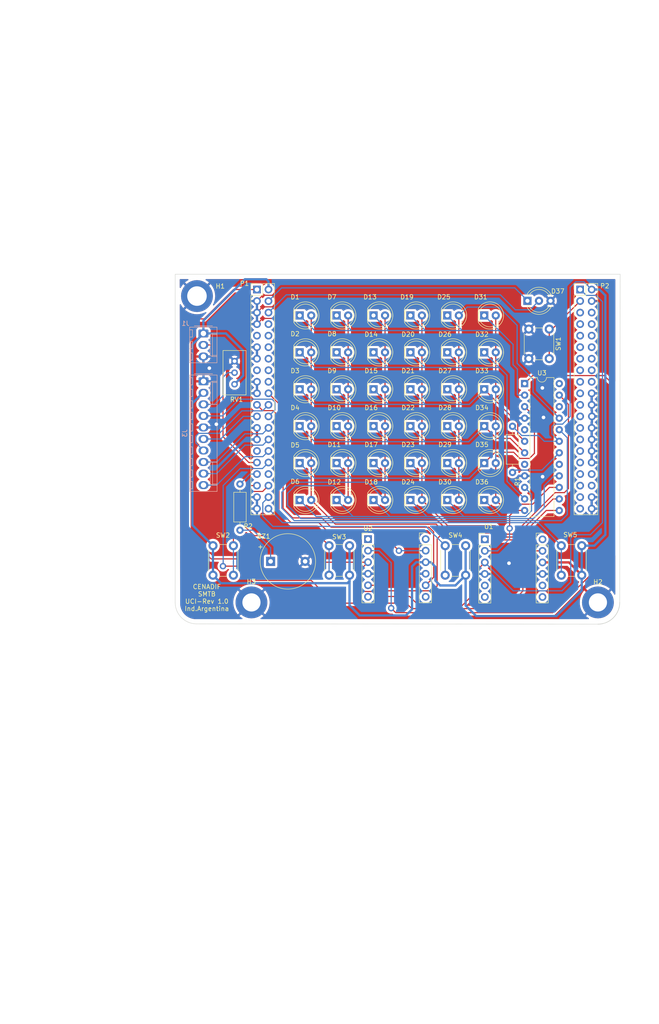
<source format=kicad_pcb>
(kicad_pcb (version 20211014) (generator pcbnew)
  (title_block (title "Sist. Monitoreo Térm. Bogies - Unidad de Control e Interfaz") (date "2022-08-15") (rev "1.0") (comment 1 "Aprobó: M. HARRIS-") (comment 2 "Revisó: G.FIGINI-") (comment 3 "Diseñó: H. GOMEZ MOLINO- 15/08/22") (comment 4 "CC BY 4.0"))
  (layers (0 "F.Cu" signal) (31 "B.Cu" signal) (34 "B.Paste" user) (35 "F.Paste" user) (36 "B.SilkS" user "B.Silkscreen") (37 "F.SilkS" user "F.Silkscreen") (38 "B.Mask" user) (39 "F.Mask" user) (44 "Edge.Cuts" user))
  (net 0 "")
  (net 1 "Net-(BZ1-Pad1)")
  (net 2 "GND")
  (net 3 "Net-(D1-Pad1)")
  (net 4 "Net-(D1-Pad2)")
  (net 5 "Net-(D14-Pad1)")
  (net 6 "Net-(D15-Pad1)")
  (net 7 "Net-(D10-Pad1)")
  (net 8 "Net-(D11-Pad1)")
  (net 9 "Net-(D12-Pad1)")
  (net 10 "Net-(D10-Pad2)")
  (net 11 "Net-(D13-Pad2)")
  (net 12 "Net-(D19-Pad2)")
  (net 13 "Net-(D25-Pad2)")
  (net 14 "Net-(D31-Pad2)")
  (net 15 "/GPIO1")
  (net 16 "/GPIO6")
  (net 17 "+5V")
  (net 18 "/GPIO2")
  (net 19 "/GPIO0")
  (net 20 "/spiSCK")
  (net 21 "/MOSI")
  (net 22 "/MISO")
  (net 23 "/SDA")
  (net 24 "/SCL")
  (net 25 "+3.3V")
  (net 26 "/RXD1")
  (net 27 "/TXEN")
  (net 28 "/MDC")
  (net 29 "/RXD0")
  (net 30 "/CRS")
  (net 31 "/MDIO")
  (net 32 "/TXD0")
  (net 33 "/RCLK")
  (net 34 "/TXD1")
  (net 35 "/LCD4")
  (net 36 "/LCD_EN")
  (net 37 "/RS")
  (net 38 "/LCD3")
  (net 39 "/LCD2")
  (net 40 "/LCD1")
  (net 41 "/GPIO4")
  (net 42 "/GPIO3")
  (net 43 "/GPIO5")
  (net 44 "/GPIO7")
  (net 45 "/GPIO8")
  (net 46 "/RESET")
  (net 47 "/ISP")
  (net 48 "/WAKEUP")
  (net 49 "GNDA")
  (net 50 "/ADC3")
  (net 51 "/ADC2")
  (net 52 "/ADC1")
  (net 53 "/DAC")
  (net 54 "/RXD")
  (net 55 "/TXD")
  (net 56 "/RD")
  (net 57 "/TD")
  (net 58 "/COL1")
  (net 59 "/F0")
  (net 60 "/COL2")
  (net 61 "/F3")
  (net 62 "/F1")
  (net 63 "/F2")
  (net 64 "/COL0")
  (net 65 "Net-(R1-Pad2)")
  (net 67 "Net-(U1-Pad2)")
  (net 74 "Net-(U2-Pad2)")
  (net 75 "Net-(U2-Pad5)")
  (net 84 "Net-(J3-Pad3)")
  (net 85 "/VDDA")
  (footprint "LED_THT:LED_D5.0mm" (layer "F.Cu") (at 91.181 163.9316)
    (fp_text reference "D12")
    (fp_text value "LED")
  )
  (footprint "Button_Switch_THT:SW_PUSH_6mm" (layer "F.Cu") (at 115.098466 180.49 90)
    (fp_text reference "SW4")
    (fp_text value "SW_DOWN")
  )
  (footprint "LED_THT:LED_D5.0mm" (layer "F.Cu") (at 91.181 139.5476)
    (fp_text reference "D9")
    (fp_text value "LED")
  )
  (footprint "LED_THT:LED_D5.0mm" (layer "F.Cu") (at 107.437 139.5476)
    (fp_text reference "D21")
    (fp_text value "LED")
  )
  (footprint "Resistor_THT:R_Axial_DIN0207_L6.3mm_D2.5mm_P10.16mm_Horizontal" (layer "F.Cu") (at 129.921 147.701 -90)
    (fp_text reference "R1")
    (fp_text value "20K")
  )
  (footprint "Buzzer_Beeper:Buzzer_12x9.5RM7.6" (layer "F.Cu") (at 76.65 177.45)
    (fp_text reference "BZ1")
    (fp_text value "Buzzer")
  )
  (footprint "LED_THT:LED_D5.0mm" (layer "F.Cu") (at 91.181 155.8036)
    (fp_text reference "D11")
    (fp_text value "LED")
  )
  (footprint "Button_Switch_THT:SW_PUSH_6mm" (layer "F.Cu") (at 89.525733 180.49 90)
    (fp_text reference "SW3")
    (fp_text value "SW_UP")
  )
  (footprint "MountingHole:MountingHole_4.3mm_M4_ISO14580_Pad_TopBottom" (layer "F.Cu") (at 60.4302 119.0236)
    (fp_text reference "H1")
    (fp_text value "PCB_HOLE" hide)
  )
  (footprint "LED_THT:LED_D5.0mm" (layer "F.Cu") (at 107.437 131.4196)
    (fp_text reference "D20")
    (fp_text value "LED")
  )
  (footprint "LED_THT:LED_D5.0mm" (layer "F.Cu") (at 91.181 123.2916)
    (fp_text reference "D7")
    (fp_text value "LED")
  )
  (footprint "LED_THT:LED_D5.0mm" (layer "F.Cu") (at 123.693 123.2916)
    (fp_text reference "D31")
    (fp_text value "LED")
  )
  (footprint "Connector_PinHeader_2.54mm:PinHeader_2x20_P2.54mm_Vertical" (layer "F.Cu") (at 73.64 117.58)
    (fp_text reference "P1")
    (fp_text value "CONN_02X20")
  )
  (footprint "Button_Switch_THT:SW_PUSH_6mm" (layer "F.Cu") (at 140.6712 180.49 90)
    (fp_text reference "SW5")
    (fp_text value "SW_RIGHT")
  )
  (footprint "Potentiometer_THT:Potentiometer_Bourns_3296W_Vertical" (layer "F.Cu") (at 68.707 138.44 -90)
    (fp_text reference "RV1")
    (fp_text value "R_Pot")
  )
  (footprint "LED_THT:LED_D5.0mm" (layer "F.Cu") (at 115.565 123.2916)
    (fp_text reference "D25")
    (fp_text value "LED")
  )
  (footprint "LED_THT:LED_D5.0mm" (layer "F.Cu") (at 99.309 123.2916)
    (fp_text reference "D13")
    (fp_text value "LED")
  )
  (footprint "Button_Switch_THT:SW_PUSH_6mm" (layer "F.Cu") (at 68.453 173.99 -90)
    (fp_text reference "SW2")
    (fp_text value "SW_LEFT")
  )
  (footprint "LED_THT:LED_D5.0mm" (layer "F.Cu") (at 91.181 147.6756)
    (fp_text reference "D10")
    (fp_text value "LED")
  )
  (footprint "MountingHole:MountingHole_4.3mm_M4_ISO14580_Pad_TopBottom" (layer "F.Cu") (at 148.735 186.486)
    (fp_text reference "H2")
    (fp_text value "PCB_HOLE" hide)
  )
  (footprint "Resistor_THT:R_Axial_DIN0207_L6.3mm_D2.5mm_P10.16mm_Horizontal" (layer "F.Cu") (at 69.9 170.58 90)
    (fp_text reference "R2")
    (fp_text value "100")
  )
  (footprint "LED_THT:LED_D5.0mm" (layer "F.Cu") (at 115.565 163.9316)
    (fp_text reference "D30")
    (fp_text value "LED")
  )
  (footprint "LED_THT:LED_D5.0mm" (layer "F.Cu") (at 83.048 155.8036)
    (fp_text reference "D5")
    (fp_text value "LED")
  )
  (footprint "LED_THT:LED_D5.0mm" (layer "F.Cu") (at 83.048 163.9316)
    (fp_text reference "D6")
    (fp_text value "LED")
  )
  (footprint "LED_THT:LED_D5.0mm" (layer "F.Cu") (at 99.309 155.8036)
    (fp_text reference "D17")
    (fp_text value "LED")
  )
  (footprint "LED_THT:LED_D5.0mm" (layer "F.Cu") (at 123.693 147.6756)
    (fp_text reference "D34")
    (fp_text value "LED")
  )
  (footprint "Button_Switch_THT:SW_PUSH_6mm" (layer "F.Cu") (at 138.013 126.29 -90)
    (fp_text reference "SW1")
    (fp_text value "SW_RESET")
  )
  (footprint "LED_THT:LED_D5.0mm" (layer "F.Cu") (at 107.437 155.8036)
    (fp_text reference "D23")
    (fp_text value "LED")
  )
  (footprint "LED_THT:LED_D5.0mm" (layer "F.Cu") (at 123.693 131.4196)
    (fp_text reference "D32")
    (fp_text value "LED")
  )
  (footprint "SMTB_lib:Conv_DCDC" (layer "F.Cu") (at 98.1 172.55)
    (fp_text reference "U2")
    (fp_text value "Level_conv_3.3V_5V")
  )
  (footprint "LED_THT:LED_D5.0mm" (layer "F.Cu") (at 115.565 139.5476)
    (fp_text reference "D27")
    (fp_text value "LED")
  )
  (footprint "LED_THT:LED_D5.0mm" (layer "F.Cu") (at 123.693 139.5476)
    (fp_text reference "D33")
    (fp_text value "LED")
  )
  (footprint "LED_THT:LED_D5.0mm" (layer "F.Cu") (at 83.048 131.4196)
    (fp_text reference "D2")
    (fp_text value "LED")
  )
  (footprint "LED_THT:LED_D5.0mm" (layer "F.Cu") (at 99.304 131.4196)
    (fp_text reference "D14")
    (fp_text value "LED")
  )
  (footprint "Connector_PinHeader_2.54mm:PinHeader_2x20_P2.54mm_Vertical" (layer "F.Cu") (at 144.82 117.58)
    (fp_text reference "P2")
    (fp_text value "CONN_02X20")
  )
  (footprint "LED_THT:LED_D5.0mm-3" (layer "F.Cu") (at 133.213 120.067)
    (fp_text reference "D37")
    (fp_text value "D_Dual_CC_AAK")
  )
  (footprint "LED_THT:LED_D5.0mm" (layer "F.Cu") (at 99.309 147.6756)
    (fp_text reference "D16")
    (fp_text value "LED")
  )
  (footprint "LED_THT:LED_D5.0mm" (layer "F.Cu") (at 99.309 139.5476)
    (fp_text reference "D15")
    (fp_text value "LED")
  )
  (footprint "LED_THT:LED_D5.0mm" (layer "F.Cu") (at 107.437 147.6756)
    (fp_text reference "D22")
    (fp_text value "LED")
  )
  (footprint "LED_THT:LED_D5.0mm" (layer "F.Cu") (at 115.56 131.4196)
    (fp_text reference "D26")
    (fp_text value "LED")
  )
  (footprint "LED_THT:LED_D5.0mm" (layer "F.Cu") (at 83.048 147.6756)
    (fp_text reference "D4")
    (fp_text value "LED")
  )
  (footprint "MountingHole:MountingHole_4.3mm_M4_ISO14580_Pad_TopBottom" (layer "F.Cu") (at 72.4302 186.486)
    (fp_text reference "H3")
    (fp_text value "PCB_HOLE" hide)
  )
  (footprint "LED_THT:LED_D5.0mm" (layer "F.Cu") (at 115.565 155.8036)
    (fp_text reference "D29")
    (fp_text value "LED")
  )
  (footprint "LED_THT:LED_D5.0mm" (layer "F.Cu") (at 107.437 163.9316)
    (fp_text reference "D24")
    (fp_text value "LED")
  )
  (footprint "SMTB_lib:Conv_DCDC" (layer "F.Cu") (at 123.825 172.593)
    (fp_text reference "U1")
    (fp_text value "Level_conv_3.3V_5V")
  )
  (footprint "LED_THT:LED_D5.0mm" (layer "F.Cu") (at 91.181 131.4196)
    (fp_text reference "D8")
    (fp_text value "LED")
  )
  (footprint "LED_THT:LED_D5.0mm" (layer "F.Cu") (at 83.048 139.5476)
    (fp_text reference "D3")
    (fp_text value "LED")
  )
  (footprint "LED_THT:LED_D5.0mm" (layer "F.Cu") (at 115.565 147.6756)
    (fp_text reference "D28")
    (fp_text value "LED")
  )
  (footprint "LED_THT:LED_D5.0mm" (layer "F.Cu") (at 107.437 123.2916)
    (fp_text reference "D19")
    (fp_text value "LED")
  )
  (footprint "LED_THT:LED_D5.0mm" (layer "F.Cu") (at 99.309 163.9316)
    (fp_text reference "D18")
    (fp_text value "LED")
  )
  (footprint "Package_DIP:DIP-24_W7.62mm" (layer "F.Cu") (at 132.598 138.298)
    (fp_text reference "U3")
    (fp_text value "MAX7219")
  )
  (footprint "LED_THT:LED_D5.0mm" (layer "F.Cu") (at 123.693 163.9316)
    (fp_text reference "D36")
    (fp_text value "LED")
  )
  (footprint "LED_THT:LED_D5.0mm" (layer "F.Cu") (at 123.693 155.8036)
    (fp_text reference "D35")
    (fp_text value "LED")
  )
  (footprint "LED_THT:LED_D5.0mm" (layer "F.Cu") (at 83.053 123.2916)
    (fp_text reference "D1")
    (fp_text value "LED")
  )
  (footprint "Connector_Molex:Molex_KK-254_AE-6410-10A_1x10_P2.54mm_Vertical" (layer "B.Cu") (at 61.869 137.795 -90)
    (fp_text reference "J3")
    (fp_text value "Conn_01x10")
  )
  (footprint "Connector_Molex:Molex_KK-254_AE-6410-03A_1x03_P2.54mm_Vertical" (layer "B.Cu") (at 61.849 127.254 -90)
    (fp_text reference "J1")
    (fp_text value "Conn_01x03_Male")
  )
  (gr_line (start 55.635 114.2216) (end 153.635 114.2216) (layer "Edge.Cuts") (width 0.1))
  (gr_line (start 55.629787 186.486) (end 55.635 114.2216) (layer "Edge.Cuts") (width 0.1))
  (gr_line (start 148.735 191.2716) (end 60.3654 191.2104) (layer "Edge.Cuts") (width 0.1))
  (gr_line (start 153.635 114.2216) (end 153.535 186.4716) (layer "Edge.Cuts") (width 0.1))
  (gr_arc (start 153.535 186.4716) (mid 152.129113 189.865713) (end 148.735 191.2716) (layer "Edge.Cuts") (width 0.15))
  (gr_arc (start 60.3654 191.2104) (mid 57.017497 189.830622) (end 55.629787 186.486) (layer "Edge.Cuts") (width 0.1))
  (gr_text "CENADIF\nSMTB\nUCI-Rev 1.0\nInd.Argentina" (at 62.6 185.45) (layer "F.SilkS") (effects (font (size 1 1))))
  (segment (start 76.65 177.45) (end 76.65 174.45) (width 0.25) (layer "B.Cu") (net 1))
  (segment (start 72.78 170.58) (end 69.9 170.58) (width 0.25) (layer "B.Cu") (net 1))
  (segment (start 76.65 174.45) (end 72.78 170.58) (width 0.25) (layer "B.Cu") (net 1))
  (segment (start 73.64 122.66) (end 74.9 121.4) (width 0.25) (layer "F.Cu") (net 2))
  (segment (start 74.89 123.95) (end 77.45 123.95) (width 0.25) (layer "F.Cu") (net 2))
  (segment (start 73.64 120.12) (end 74.91 118.85) (width 0.25) (layer "F.Cu") (net 2))
  (segment (start 74.91 118.85) (end 77.25 118.85) (width 0.25) (layer "F.Cu") (net 2))
  (segment (start 73.64 125.2) (end 74.89 123.95) (width 0.25) (layer "F.Cu") (net 2))
  (segment (start 74.9 121.4) (end 77.4 121.4) (width 0.25) (layer "F.Cu") (net 2))
  (via (at 136.55 158.8) (size 1.4) (drill 0.8) (layers "F.Cu" "B.Cu") (net 2))
  (via (at 63.15 134.9) (size 1.4) (drill 0.8) (layers "F.Cu" "B.Cu") (net 2))
  (via (at 129.15 177.85) (size 1.4) (drill 0.8) (layers "F.Cu" "B.Cu") (net 2))
  (via (at 64.7 147.25) (size 1.4) (drill 0.8) (layers "F.Cu" "B.Cu") (net 2))
  (via (at 136.5 139.25) (size 1.4) (drill 0.8) (layers "F.Cu" "B.Cu") (net 2))
  (via (at 136.75 145.75) (size 1.4) (drill 0.8) (layers "F.Cu" "B.Cu") (net 2))
  (segment (start 148.441 120.12) (end 148.971 120.65) (width 0.25) (layer "B.Cu") (net 2))
  (segment (start 147.36 120.12) (end 148.441 120.12) (width 0.25) (layer "B.Cu") (net 2))
  (segment (start 123.693 123.312) (end 127 126.619) (width 0.25) (layer "B.Cu") (net 3))
  (segment (start 102.616 126.619) (end 110.744 126.619) (width 0.25) (layer "B.Cu") (net 3))
  (segment (start 130.999 135.099) (end 130.999 140.651) (width 0.25) (layer "B.Cu") (net 3))
  (segment (start 130.048 129.667) (end 130.048 134.148) (width 0.25) (layer "B.Cu") (net 3))
  (segment (start 86.36 126.619) (end 83.053 123.312) (width 0.25) (layer "B.Cu") (net 3))
  (segment (start 131.186 140.838) (end 132.598 140.838) (width 0.25) (layer "B.Cu") (net 3))
  (segment (start 83.053 123.312) (end 83.053 123.2916) (width 0.25) (layer "B.Cu") (net 3))
  (segment (start 94.488 126.619) (end 102.616 126.619) (width 0.25) (layer "B.Cu") (net 3))
  (segment (start 127 126.619) (end 130.048 129.667) (width 0.25) (layer "B.Cu") (net 3))
  (segment (start 94.488 126.5986) (end 94.488 126.619) (width 0.25) (layer "B.Cu") (net 3))
  (segment (start 91.181 123.2916) (end 94.488 126.5986) (width 0.25) (layer "B.Cu") (net 3))
  (segment (start 94.488 126.619) (end 86.36 126.619) (width 0.25) (layer "B.Cu") (net 3))
  (segment (start 130.999 140.651) (end 131.186 140.838) (width 0.25) (layer "B.Cu") (net 3))
  (segment (start 107.437 123.312) (end 110.744 126.619) (width 0.25) (layer "B.Cu") (net 3))
  (segment (start 99.309 123.312) (end 102.616 126.619) (width 0.25) (layer "B.Cu") (net 3))
  (segment (start 110.744 126.619) (end 118.364 126.619) (width 0.25) (layer "B.Cu") (net 3))
  (segment (start 118.364 126.619) (end 118.872 126.619) (width 0.25) (layer "B.Cu") (net 3))
  (segment (start 99.309 123.2916) (end 99.309 123.312) (width 0.8) (layer "B.Cu") (net 3))
  (segment (start 115.565 123.2916) (end 115.565 123.312) (width 0.25) (layer "B.Cu") (net 3))
  (segment (start 115.565 123.312) (end 118.872 126.619) (width 0.25) (layer "B.Cu") (net 3))
  (segment (start 118.872 126.619) (end 127 126.619) (width 0.25) (layer "B.Cu") (net 3))
  (segment (start 130.048 134.148) (end 130.999 135.099) (width 0.25) (layer "B.Cu") (net 3))
  (segment (start 85.588 147.6756) (end 85.588 155.8036) (width 0.25) (layer "F.Cu") (net 4))
  (segment (start 114.232141 170.367859) (end 125.617859 170.367859) (width 0.25) (layer "F.Cu") (net 4))
  (segment (start 85.588 163.9316) (end 89.408 167.7516) (width 0.25) (layer "F.Cu") (net 4))
  (segment (start 85.588 139.5476) (end 85.588 147.6756) (width 0.25) (layer "F.Cu") (net 4))
  (segment (start 138.872 163.698) (end 130.485 172.085) (width 0.25) (layer "F.Cu") (net 4))
  (segment (start 127.335 172.085) (end 130.485 172.085) (width 0.25) (layer "F.Cu") (net 4))
  (segment (start 85.593 123.2916) (end 85.593 131.4146) (width 0.25) (layer "F.Cu") (net 4))
  (segment (start 125.617859 170.367859) (end 127.335 172.085) (width 0.25) (layer "F.Cu") (net 4))
  (segment (start 140.218 163.698) (end 138.872 163.698) (width 0.25) (layer "F.Cu") (net 4))
  (segment (start 90.8955 169.2545) (end 113.118782 169.2545) (width 0.25) (layer "F.Cu") (net 4))
  (segment (start 89.408 167.7516) (end 89.408 167.767) (width 0.25) (layer "F.Cu") (net 4))
  (segment (start 85.593 131.4146) (end 85.588 131.4196) (width 0.25) (layer "F.Cu") (net 4))
  (segment (start 85.588 131.4196) (end 85.588 139.5476) (width 0.25) (layer "F.Cu") (net 4))
  (segment (start 113.118782 169.2545) (end 114.232141 170.367859) (width 0.25) (layer "F.Cu") (net 4))
  (segment (start 89.408 167.767) (end 90.8955 169.2545) (width 0.25) (layer "F.Cu") (net 4))
  (segment (start 85.588 155.8036) (end 85.588 163.9316) (width 0.25) (layer "F.Cu") (net 4))
  (segment (start 128.722 159.822) (end 132.598 163.698) (width 0.25) (layer "B.Cu") (net 5))
  (segment (start 128.7145 136.4615) (end 128.7145 159.1945) (width 0.25) (layer "B.Cu") (net 5))
  (segment (start 115.565 131.44) (end 118.872 134.747) (width 0.25) (layer "B.Cu") (net 5))
  (segment (start 118.872 134.747) (end 127 134.747) (width 0.25) (layer "B.Cu") (net 5))
  (segment (start 128.7145 159.1945) (end 128.722 159.202) (width 0.25) (layer "B.Cu") (net 5))
  (segment (start 110.744 134.747) (end 118.364 134.747) (width 0.25) (layer "B.Cu") (net 5))
  (segment (start 118.364 134.747) (end 118.872 134.747) (width 0.25) (layer "B.Cu") (net 5))
  (segment (start 107.437 131.44) (end 110.744 134.747) (width 0.25) (layer "B.Cu") (net 5))
  (segment (start 128.722 159.202) (end 128.722 159.822) (width 0.25) (layer "B.Cu") (net 5))
  (segment (start 127 134.747) (end 128.7145 136.4615) (width 0.25) (layer "B.Cu") (net 5))
  (segment (start 123.693 131.44) (end 127 134.747) (width 0.25) (layer "B.Cu") (net 5))
  (segment (start 102.616 134.747) (end 110.744 134.747) (width 0.25) (layer "B.Cu") (net 5))
  (segment (start 91.181 131.4196) (end 94.488 134.7266) (width 0.25) (layer "B.Cu") (net 5))
  (segment (start 94.488 134.7266) (end 94.488 134.747) (width 0.25) (layer "B.Cu") (net 5))
  (segment (start 94.488 134.747) (end 86.36 134.747) (width 0.25) (layer "B.Cu") (net 5))
  (segment (start 86.36 134.747) (end 83.053 131.44) (width 0.25) (layer "B.Cu") (net 5))
  (segment (start 94.488 134.747) (end 102.616 134.747) (width 0.25) (layer "B.Cu") (net 5))
  (segment (start 99.309 131.44) (end 102.616 134.747) (width 0.25) (layer "B.Cu") (net 5))
  (segment (start 123.693 139.568) (end 131.0715 146.9465) (width 0.25) (layer "F.Cu") (net 6))
  (segment (start 131.0715 149.4715) (end 132.598 150.998) (width 0.25) (layer "F.Cu") (net 6))
  (segment (start 123.693 139.5476) (end 123.693 139.568) (width 0.25) (layer "F.Cu") (net 6))
  (segment (start 131.0715 146.9465) (end 131.0715 149.4715) (width 0.25) (layer "F.Cu") (net 6))
  (segment (start 110.7465 142.8775) (end 118.3665 142.8775) (width 0.25) (layer "B.Cu") (net 6))
  (segment (start 99.3115 139.5705) (end 102.6185 142.8775) (width 0.25) (layer "B.Cu") (net 6))
  (segment (start 107.4395 139.5705) (end 110.7465 142.8775) (width 0.25) (layer "B.Cu") (net 6))
  (segment (start 123.693 139.5476) (end 123.693 139.583) (width 0.25) (layer "B.Cu") (net 6))
  (segment (start 102.6185 142.8775) (end 110.7465 142.8775) (width 0.25) (layer "B.Cu") (net 6))
  (segment (start 118.8745 142.8775) (end 120.3985 142.8775) (width 0.25) (layer "B.Cu") (net 6))
  (segment (start 115.5675 139.5705) (end 118.8745 142.8775) (width 0.25) (layer "B.Cu") (net 6))
  (segment (start 94.4905 142.8775) (end 86.3625 142.8775) (width 0.25) (layer "B.Cu") (net 6))
  (segment (start 123.693 139.583) (end 120.3985 142.8775) (width 0.25) (layer "B.Cu") (net 6))
  (segment (start 94.4905 142.8571) (end 94.4905 142.8775) (width 0.25) (layer "B.Cu") (net 6))
  (segment (start 91.1835 139.5501) (end 94.4905 142.8571) (width 0.25) (layer "B.Cu") (net 6))
  (segment (start 118.3665 142.8775) (end 118.8745 142.8775) (width 0.25) (layer "B.Cu") (net 6))
  (segment (start 94.4905 142.8775) (end 102.6185 142.8775) (width 0.25) (layer "B.Cu") (net 6))
  (segment (start 86.3625 142.8775) (end 83.0555 139.5705) (width 0.25) (layer "B.Cu") (net 6))
  (segment (start 126.3854 150.368) (end 129.428 150.368) (width 0.25) (layer "F.Cu") (net 7))
  (segment (start 123.693 147.6756) (end 126.3854 150.368) (width 0.25) (layer "F.Cu") (net 7))
  (segment (start 129.428 150.368) (end 132.598 153.538) (width 0.25) (layer "F.Cu") (net 7))
  (segment (start 91.181 147.7672) (end 94.488 151.0742) (width 0.25) (layer "B.Cu") (net 7))
  (segment (start 115.565 147.7876) (end 118.872 151.0946) (width 0.25) (layer "B.Cu") (net 7))
  (segment (start 118.872 151.0946) (end 120.2336 151.0946) (width 0.25) (layer "B.Cu") (net 7))
  (segment (start 94.488 151.0742) (end 94.488 151.0946) (width 0.25) (layer "B.Cu") (net 7))
  (segment (start 99.309 147.7876) (end 102.616 151.0946) (width 0.25) (layer "B.Cu") (net 7))
  (segment (start 102.616 151.0946) (end 110.744 151.0946) (width 0.25) (layer "B.Cu") (net 7))
  (segment (start 94.488 151.0946) (end 86.36 151.0946) (width 0.25) (layer "B.Cu") (net 7))
  (segment (start 118.364 151.0946) (end 118.872 151.0946) (width 0.25) (layer "B.Cu") (net 7))
  (segment (start 110.744 151.0946) (end 118.364 151.0946) (width 0.25) (layer "B.Cu") (net 7))
  (segment (start 123.693 147.6756) (end 120.274 151.0946) (width 0.25) (layer "B.Cu") (net 7))
  (segment (start 107.437 147.7876) (end 110.744 151.0946) (width 0.25) (layer "B.Cu") (net 7))
  (segment (start 94.488 151.0946) (end 102.616 151.0946) (width 0.25) (layer "B.Cu") (net 7))
  (segment (start 120.274 151.0946) (end 120.2336 151.0946) (width 0.25) (layer "B.Cu") (net 7))
  (segment (start 86.36 151.0946) (end 83.053 147.7876) (width 0.25) (layer "B.Cu") (net 7))
  (segment (start 131.445 154.695) (end 131.525 154.775) (width 0.25) (layer "F.Cu") (net 8))
  (segment (start 133.642 154.775) (end 134.747 153.67) (width 0.25) (layer "F.Cu") (net 8))
  (segment (start 134.747 153.67) (end 134.747 145.527) (width 0.25) (layer "F.Cu") (net 8))
  (segment (start 130.175 153.416) (end 131.445 154.686) (width 0.25) (layer "F.Cu") (net 8))
  (segment (start 131.525 154.775) (end 133.642 154.775) (width 0.25) (layer "F.Cu") (net 8))
  (segment (start 134.747 145.527) (end 132.598 143.378) (width 0.25) (layer "F.Cu") (net 8))
  (segment (start 131.445 154.686) (end 131.445 154.695) (width 0.25) (layer "F.Cu") (net 8))
  (segment (start 124.917511 154.579089) (end 124.947911 154.579089) (width 0.25) (layer "F.Cu") (net 8))
  (segment (start 123.693 155.8036) (end 124.917511 154.579089) (width 0.25) (layer "F.Cu") (net 8))
  (segment (start 124.947911 154.579089) (end 126.111 153.416) (width 0.25) (layer "F.Cu") (net 8))
  (segment (start 126.111 153.416) (end 130.175 153.416) (width 0.25) (layer "F.Cu") (net 8))
  (segment (start 94.4905 159.1335) (end 102.6185 159.1335) (width 0.25) (layer "B.Cu") (net 8))
  (segment (start 86.3625 159.1335) (end 83.0555 155.8265) (width 0.25) (layer "B.Cu") (net 8))
  (segment (start 107.4395 155.8265) (end 110.7465 159.1335) (width 0.25) (layer "B.Cu") (net 8))
  (segment (start 94.4905 159.1131) (end 94.4905 159.1335) (width 0.25) (layer "B.Cu") (net 8))
  (segment (start 110.7465 159.1335) (end 118.3665 159.1335) (width 0.25) (layer "B.Cu") (net 8))
  (segment (start 102.6185 159.1335) (end 110.7465 159.1335) (width 0.25) (layer "B.Cu") (net 8))
  (segment (start 91.1835 155.8061) (end 94.4905 159.1131) (width 0.25) (layer "B.Cu") (net 8))
  (segment (start 115.5675 155.8265) (end 118.8745 159.1335) (width 0.25) (layer "B.Cu") (net 8))
  (segment (start 123.693 155.8036) (end 123.693 155.834) (width 0.25) (layer "B.Cu") (net 8))
  (segment (start 118.8745 159.1335) (end 120.3935 159.1335) (width 0.25) (layer "B.Cu") (net 8))
  (segment (start 118.3665 159.1335) (end 118.8745 159.1335) (width 0.25) (layer "B.Cu") (net 8))
  (segment (start 94.4905 159.1335) (end 86.3625 159.1335) (width 0.25) (layer "B.Cu") (net 8))
  (segment (start 99.3115 155.8265) (end 102.6185 159.1335) (width 0.25) (layer "B.Cu") (net 8))
  (segment (start 123.693 155.834) (end 120.3935 159.1335) (width 0.25) (layer "B.Cu") (net 8))
  (segment (start 102.92852 167.57148) (end 94.82148 167.57148) (width 0.25) (layer "B.Cu") (net 9))
  (segment (start 134.112 166.3143) (end 133.063789 167.362511) (width 0.25) (layer "B.Cu") (net 9))
  (segment (start 115.565 163.952) (end 118.999 167.386) (width 0.25) (layer "B.Cu") (net 9))
  (segment (start 86.67248 167.57148) (end 86.1005 166.9995) (width 0.25) (layer "B.Cu") (net 9))
  (segment (start 118.999 167.39196) (end 119.17852 167.57148) (width 0.25) (layer "B.Cu") (net 9))
  (segment (start 91.181 163.9316) (end 94.488 167.2386) (width 0.25) (layer "B.Cu") (net 9))
  (segment (start 110.744 167.259) (end 110.759 167.259) (width 0.25) (layer "B.Cu") (net 9))
  (segment (start 133.063789 167.362511) (end 132.85482 167.57148) (width 0.25) (layer "B.Cu") (net 9))
  (segment (start 99.309 163.952) (end 102.616 167.259) (width 0.25) (layer "B.Cu") (net 9))
  (segment (start 102.616 167.259) (end 102.61604 167.259) (width 0.25) (layer "B.Cu") (net 9))
  (segment (start 107.437 163.952) (end 110.744 167.259) (width 0.25) (layer "B.Cu") (net 9))
  (segment (start 94.4886 167.2386) (end 94.82148 167.57148) (width 0.25) (layer "B.Cu") (net 9))
  (segment (start 126.5555 166.8145) (end 127 167.259) (width 0.25) (layer "B.Cu") (net 9))
  (segment (start 111.07148 167.57148) (end 102.92852 167.57148) (width 0.25) (layer "B.Cu") (net 9))
  (segment (start 127.103511 167.362511) (end 127.112511 167.362511) (width 0.25) (layer "B.Cu") (net 9))
  (segment (start 86.1005 166.9995) (end 83.053 163.952) (width 0.25) (layer "B.Cu") (net 9))
  (segment (start 94.82148 167.57148) (end 86.67248 167.57148) (width 0.25) (layer "B.Cu") (net 9))
  (segment (start 102.61604 167.259) (end 102.92852 167.57148) (width 0.25) (layer "B.Cu") (net 9))
  (segment (start 127.32148 167.57148) (end 119.17852 167.57148) (width 0.25) (layer "B.Cu") (net 9))
  (segment (start 110.759 167.259) (end 111.07148 167.57148) (width 0.25) (layer "B.Cu") (net 9))
  (segment (start 134.112 164.211) (end 134.112 162.672) (width 0.25) (layer "B.Cu") (net 9))
  (segment (start 127.103511 167.362511) (end 126.5555 166.8145) (width 0.25) (layer "B.Cu") (net 9))
  (segment (start 94.488 167.2386) (end 94.4886 167.2386) (width 0.25) (layer "B.Cu") (net 9))
  (segment (start 132.85482 167.57148) (end 127.32148 167.57148) (width 0.25) (layer "B.Cu") (net 9))
  (segment (start 127.112511 167.362511) (end 127.32148 167.57148) (width 0.25) (layer "B.Cu") (net 9))
  (segment (start 134.112 162.672) (end 132.598 161.158) (width 0.25) (layer "B.Cu") (net 9))
  (segment (start 119.17852 167.57148) (end 111.07148 167.57148) (width 0.25) (layer "B.Cu") (net 9))
  (segment (start 118.999 167.386) (end 118.999 167.39196) (width 0.25) (layer "B.Cu") (net 9))
  (segment (start 123.693 163.952) (end 126.5555 166.8145) (width 0.25) (layer "B.Cu") (net 9))
  (segment (start 134.112 164.211) (end 134.112 166.3143) (width 0.25) (layer "B.Cu") (net 9))
  (segment (start 93.721 123.2916) (end 93.721 131.4196) (width 0.25) (layer "F.Cu") (net 10))
  (segment (start 93.721 131.4196) (end 93.721 139.5476) (width 0.25) (layer "F.Cu") (net 10))
  (segment (start 93.721 147.6756) (end 93.721 155.8036) (width 0.25) (layer "F.Cu") (net 10))
  (segment (start 93.721 155.8036) (end 93.721 163.9316) (width 0.25) (layer "F.Cu") (net 10))
  (segment (start 93.721 139.5476) (end 93.721 147.6756) (width 0.25) (layer "F.Cu") (net 10))
  (segment (start 80.391 162.433) (end 80.391 165.1) (width 0.25) (layer "B.Cu") (net 10))
  (segment (start 83.312 168.021) (end 134.493 168.021) (width 0.25) (layer "B.Cu") (net 10))
  (segment (start 80.391 165.1) (end 83.312 168.021) (width 0.25) (layer "B.Cu") (net 10))
  (segment (start 139.07 158.618) (end 140.218 158.618) (width 0.25) (layer "B.Cu") (net 10))
  (segment (start 82.042 160.782) (end 80.391 162.433) (width 0.25) (layer "B.Cu") (net 10))
  (segment (start 90.5714 160.782) (end 82.042 160.782) (width 0.25) (layer "B.Cu") (net 10))
  (segment (start 134.493 168.021) (end 136.906 165.608) (width 0.25) (layer "B.Cu") (net 10))
  (segment (start 93.721 163.9316) (end 90.5714 160.782) (width 0.25) (layer "B.Cu") (net 10))
  (segment (start 136.906 160.782) (end 139.07 158.618) (width 0.25) (layer "B.Cu") (net 10))
  (segment (start 136.906 165.608) (end 136.906 160.782) (width 0.25) (layer "B.Cu") (net 10))
  (segment (start 101.844 139.5426) (end 101.849 139.5476) (width 0.25) (layer "F.Cu") (net 11))
  (segment (start 101.849 123.2916) (end 101.849 131.4146) (width 0.25) (layer "F.Cu") (net 11))
  (segment (start 101.849 139.5476) (end 101.849 147.6756) (width 0.25) (layer "F.Cu") (net 11))
  (segment (start 101.849 155.8036) (end 101.849 163.9316) (width 0.25) (layer "F.Cu") (net 11))
  (segment (start 101.849 131.4146) (end 101.844 131.4196) (width 0.25) (layer "F.Cu") (net 11))
  (segment (start 101.849 147.6756) (end 101.849 155.8036) (width 0.25) (layer "F.Cu") (net 11))
  (segment (start 101.844 131.4196) (end 101.844 139.5426) (width 0.25) (layer "F.Cu") (net 11))
  (segment (start 97.9374 160.02) (end 81.28 160.02) (width 0.25) (layer "B.Cu") (net 11))
  (segment (start 101.849 163.9316) (end 97.9374 160.02) (width 0.25) (layer "B.Cu") (net 11))
  (segment (start 81.28 160.02) (end 79.121 162.179) (width 0.25) (layer "B.Cu") (net 11))
  (segment (start 141.986 150.226) (end 140.218 148.458) (width 0.25) (layer "B.Cu") (net 11))
  (segment (start 141.986 167.132) (end 141.986 150.226) (width 0.25) (layer "B.Cu") (net 11))
  (segment (start 79.121 165.735) (end 81.85652 168.47052) (width 0.25) (layer "B.Cu") (net 11))
  (segment (start 79.121 162.179) (end 79.121 165.735) (width 0.25) (layer "B.Cu") (net 11))
  (segment (start 81.85652 168.47052) (end 140.64748 168.47052) (width 0.25) (layer "B.Cu") (net 11))
  (segment (start 140.64748 168.47052) (end 141.986 167.132) (width 0.25) (layer "B.Cu") (net 11))
  (segment (start 128 171.45) (end 126.1523 169.6023) (width 0.25) (layer "F.Cu") (net 12))
  (segment (start 109.977 139.5476) (end 109.977 147.6756) (width 0.25) (layer "F.Cu") (net 12))
  (segment (start 126.1523 169.6023) (end 115.6477 169.6023) (width 0.25) (layer "F.Cu") (net 12))
  (segment (start 109.977 155.8036) (end 109.977 163.9316) (width 0.25) (layer "F.Cu") (net 12))
  (segment (start 139.319 162.306) (end 130.175 171.45) (width 0.25) (layer "F.Cu") (net 12))
  (segment (start 141.351 162.306) (end 139.319 162.306) (width 0.25) (layer "F.Cu") (net 12))
  (segment (start 142.24 161.417) (end 141.351 162.306) (width 0.25) (layer "F.Cu") (net 12))
  (segment (start 109.977 123.2916) (end 109.977 131.4196) (width 0.25) (layer "F.Cu") (net 12))
  (segment (start 140.218 140.838) (end 142.24 142.86) (width 0.25) (layer "F.Cu") (net 12))
  (segment (start 109.977 147.6756) (end 109.977 155.8036) (width 0.25) (layer "F.Cu") (net 12))
  (segment (start 130.175 171.45) (end 128 171.45) (width 0.25) (layer "F.Cu") (net 12))
  (segment (start 142.24 142.86) (end 142.24 161.417) (width 0.25) (layer "F.Cu") (net 12))
  (segment (start 115.6477 169.6023) (end 109.977 163.9316) (width 0.25) (layer "F.Cu") (net 12))
  (segment (start 109.977 131.4196) (end 109.977 139.5476) (width 0.25) (layer "F.Cu") (net 12))
  (segment (start 118.105 147.6756) (end 118.105 155.8036) (width 0.25) (layer "F.Cu") (net 13))
  (segment (start 118.105 155.8036) (end 118.105 163.9316) (width 0.25) (layer "F.Cu") (net 13))
  (segment (start 118.1 131.4196) (end 118.1 139.5426) (width 0.25) (layer "F.Cu") (net 13))
  (segment (start 118.105 139.5476) (end 118.105 147.6756) (width 0.25) (layer "F.Cu") (net 13))
  (segment (start 118.105 123.2916) (end 118.105 131.4146) (width 0.25) (layer "F.Cu") (net 13))
  (segment (start 119.9363 121.4603) (end 126.9213 121.4603) (width 0.25) (layer "B.Cu") (net 13))
  (segment (start 134.45 137.35) (end 134.45 140.15) (width 0.25) (layer "B.Cu") (net 13))
  (segment (start 134.45 140.15) (end 140.218 145.918) (width 0.25) (layer "B.Cu") (net 13))
  (segment (start 130.937 133.837) (end 134.45 137.35) (width 0.25) (layer "B.Cu") (net 13))
  (segment (start 130.937 125.476) (end 130.937 133.837) (width 0.25) (layer "B.Cu") (net 13))
  (segment (start 118.105 123.2916) (end 119.9363 121.4603) (width 0.25) (layer "B.Cu") (net 13))
  (segment (start 126.9213 121.4603) (end 130.937 125.476) (width 0.25) (layer "B.Cu") (net 13))
  (segment (start 126.233 163.9316) (end 126.233 155.8036) (width 0.25) (layer "F.Cu") (net 14))
  (segment (start 126.233 139.5476) (end 126.233 131.4196) (width 0.25) (layer "F.Cu") (net 14))
  (segment (start 138.054 161.158) (end 134.366 164.846) (width 0.25) (layer "F.Cu") (net 14))
  (segment (start 134.366 164.846) (end 127.1474 164.846) (width 0.25) (layer "F.Cu") (net 14))
  (segment (start 127.1474 164.846) (end 126.233 163.9316) (width 0.25) (layer "F.Cu") (net 14))
  (segment (start 140.218 161.158) (end 138.054 161.158) (width 0.25) (layer "F.Cu") (net 14))
  (segment (start 126.233 131.4196) (end 126.233 123.2916) (width 0.25) (layer "F.Cu") (net 14))
  (segment (start 126.233 139.5476) (end 126.233 147.6756) (width 0.25) (layer "B.Cu") (net 14))
  (segment (start 126.233 147.6756) (end 126.233 155.8036) (width 0.25) (layer "B.Cu") (net 14))
  (segment (start 66.15 178.5) (end 70.3 178.5) (width 0.25) (layer "F.Cu") (net 15))
  (segment (start 106.55 186.65) (end 107.75 187.85) (width 0.25) (layer "F.Cu") (net 15))
  (segment (start 85.6 181.65) (end 90.6 186.65) (width 0.25) (layer "F.Cu") (net 15))
  (segment (start 135.001 175.133) (end 136.525 175.133) (width 0.25) (layer "F.Cu") (net 15))
  (segment (start 128.35 187.85) (end 132.207 183.993) (width 0.25) (layer "F.Cu") (net 15))
  (segment (start 90.6 186.65) (end 106.55 186.65) (width 0.25) (layer "F.Cu") (net 15))
  (segment (start 70.3 178.5) (end 73.45 181.65) (width 0.25) (layer "F.Cu") (net 15))
  (segment (start 73.45 181.65) (end 85.6 181.65) (width 0.25) (layer "F.Cu") (net 15))
  (segment (start 132.207 183.993) (end 132.207 177.927) (width 0.25) (layer "F.Cu") (net 15))
  (segment (start 132.207 177.927) (end 135.001 175.133) (width 0.25) (layer "F.Cu") (net 15))
  (segment (start 107.75 187.85) (end 128.35 187.85) (width 0.25) (layer "F.Cu") (net 15))
  (via (at 66.15 178.5) (size 1.4) (drill 0.8) (layers "F.Cu" "B.Cu") (net 15))
  (segment (start 66.675 160.275) (end 66.675 160.274) (width 0.25) (layer "B.Cu") (net 15))
  (segment (start 74.86 157) (end 76.18 155.68) (width 0.25) (layer "B.Cu") (net 15))
  (segment (start 66.2 178.45) (end 66.2 160.75) (width 0.25) (layer "B.Cu") (net 15))
  (segment (start 66.2 160.75) (end 66.675 160.275) (width 0.25) (layer "B.Cu") (net 15))
  (segment (start 66.675 160.274) (end 69.949 157) (width 0.25) (layer "B.Cu") (net 15))
  (segment (start 69.949 157) (end 74.86 157) (width 0.25) (layer "B.Cu") (net 15))
  (segment (start 66.15 178.5) (end 66.2 178.45) (width 0.25) (layer "B.Cu") (net 15))
  (segment (start 72.24 160.76) (end 68.453 164.547) (width 0.25) (layer "F.Cu") (net 16))
  (segment (start 73.64 160.76) (end 72.24 160.76) (width 0.25) (layer "F.Cu") (net 16))
  (segment (start 68.453 164.547) (end 68.453 164.603) (width 0.25) (layer "F.Cu") (net 16))
  (segment (start 68.453 164.603) (end 68.453 173.99) (width 0.25) (layer "F.Cu") (net 16))
  (segment (start 68.453 173.99) (end 68.453 180.49) (width 0.25) (layer "B.Cu") (net 16))
  (segment (start 145.1712 180.49) (end 142.3542 177.673) (width 0.5) (layer "F.Cu") (net 17))
  (segment (start 142.3542 177.673) (end 136.525 177.673) (width 0.5) (layer "F.Cu") (net 17))
  (segment (start 107.8 188) (end 107.8 178.55) (width 0.5) (layer "B.Cu") (net 17))
  (segment (start 112.95 178.65) (end 112.95 181.7) (width 0.5) (layer "B.Cu") (net 17))
  (segment (start 139.1675 147.2175) (end 138.628 147.757) (width 0.25) (layer "B.Cu") (net 17))
  (segment (start 135.636 149.733) (end 136.901 150.998) (width 0.25) (layer "B.Cu") (net 17))
  (segment (start 142.621 117.094) (end 142.621 145.542) (width 0.25) (layer "B.Cu") (net 17))
  (segment (start 59.436 142.621) (end 59.436 169.473) (width 0.5) (layer "B.Cu") (net 17))
  (segment (start 118 182.1) (end 117.35 182.75) (width 0.5) (layer "B.Cu") (net 17))
  (segment (start 61.722 140.335) (end 59.436 142.621) (width 0.5) (layer "B.Cu") (net 17))
  (segment (start 61.849 124.46) (end 61.849 127.254) (width 0.5) (layer "B.Cu") (net 17))
  (segment (start 145.1712 183.8858) (end 145.1712 180.49) (width 0.5) (layer "B.Cu") (net 17))
  (segment (start 65.366 181.903) (end 65.366 181.916) (width 0.5) (layer "B.Cu") (net 17))
  (segment (start 143.8325 115.8825) (end 142.621 117.094) (width 0.25) (layer "B.Cu") (net 17))
  (segment (start 147.955 173.99) (end 145.1712 173.99) (width 0.5) (layer "B.Cu") (net 17))
  (segment (start 147.36 117.58) (end 149.076 117.58) (width 0.5) (layer "B.Cu") (net 17))
  (segment (start 59.436 129.667) (end 59.436 142.621) (width 0.5) (layer "B.Cu") (net 17))
  (segment (start 131.953 149.733) (end 135.636 149.733) (width 0.25) (layer "B.Cu") (net 17))
  (segment (start 150.368 171.577) (end 147.955 173.99) (width 0.5) (layer "B.Cu") (net 17))
  (segment (start 121.92 189.484) (end 139.573 189.484) (width 0.5) (layer "B.Cu") (net 17))
  (segment (start 118 182.088466) (end 119.598466 180.49) (width 0.5) (layer "B.Cu") (net 17))
  (segment (start 107.8 178.55) (end 108.72 177.63) (width 0.5) (layer "B.Cu") (net 17))
  (segment (start 63.953 173.99) (end 63.953 180.49) (width 0.5) (layer "B.Cu") (net 17))
  (segment (start 119.598466 187.162466) (end 121.92 189.484) (width 0.5) (layer "B.Cu") (net 17))
  (segment (start 70.9795 115.3295) (end 61.849 124.46) (width 0.5) (layer "B.Cu") (net 17))
  (segment (start 70.612 136.535) (end 70.612 131.064) (width 0.5) (layer "B.Cu") (net 17))
  (segment (start 147.36 117.58) (end 145.6625 115.8825) (width 0.25) (layer "B.Cu") (net 17))
  (segment (start 94.025733 180.49) (end 94.025733 181.774267) (width 0.5) (layer "B.Cu") (net 17))
  (segment (start 119.598466 180.49) (end 119.598466 187.162466) (width 0.5) (layer "B.Cu") (net 17))
  (segment (start 138.628 149.408) (end 140.218 150.998) (width 0.25) (layer "B.Cu") (net 17))
  (segment (start 108.72 177.63) (end 110.8 177.63) (width 0.5) (layer "B.Cu") (net 17))
  (segment (start 68.707 138.44) (end 70.612 136.535) (width 0.5) (layer "B.Cu") (net 17))
  (segment (start 106.45 189.35) (end 107.8 188) (width 0.5) (layer "B.Cu") (net 17))
  (segment (start 110.8 177.63) (end 111.93 177.63) (width 0.5) (layer "B.Cu") (net 17))
  (segment (start 111.93 177.63) (end 112.95 178.65) (width 0.5) (layer "B.Cu") (net 17))
  (segment (start 140.95 147.225) (end 139.175 147.225) (width 0.25) (layer "B.Cu") (net 17))
  (segment (start 112.95 181.7) (end 114 182.75) (width 0.5) (layer "B.Cu") (net 17))
  (segment (start 149.076 117.58) (end 150.368 118.872) (width 0.5) (layer "B.Cu") (net 17))
  (segment (start 75.7055 115.3295) (end 70.9795 115.3295) (width 0.5) (layer "B.Cu") (net 17))
  (segment (start 142.621 145.542) (end 141.0335 147.1295) (width 0.25) (layer "B.Cu") (net 17))
  (segment (start 94.025733 187.125733) (end 96.25 189.35) (width 0.5) (layer "B.Cu") (net 17))
  (segment (start 59.436 169.473) (end 63.953 173.99) (width 0.5) (layer "B.Cu") (net 17))
  (segment (start 96.25 189.35) (end 106.45 189.35) (width 0.5) (layer "B.Cu") (net 17))
  (segment (start 114 182.75) (end 117.35 182.75) (width 0.5) (layer "B.Cu") (net 17))
  (segment (start 139.573 189.484) (end 145.1712 183.8858) (width 0.5) (layer "B.Cu") (net 17))
  (segment (start 139.175 147.225) (end 139.1675 147.2175) (width 0.25) (layer "B.Cu") (net 17))
  (segment (start 118 182.088466) (end 118 182.1) (width 0.5) (layer "B.Cu") (net 17))
  (segment (start 138.628 147.757) (end 138.628 149.408) (width 0.25) (layer "B.Cu") (net 17))
  (segment (start 61.869 140.335) (end 61.722 140.335) (width 0.5) (layer "B.Cu") (net 17))
  (segment (start 63.953 180.49) (end 65.366 181.903) (width 0.5) (layer "B.Cu") (net 17))
  (segment (start 136.901 150.998) (end 140.218 150.998) (width 0.25) (layer "B.Cu") (net 17))
  (segment (start 76.18 117.58) (end 76.18 115.804) (width 0.5) (layer "B.Cu") (net 17))
  (segment (start 61.849 127.254) (end 59.436 129.667) (width 0.5) (layer "B.Cu") (net 17))
  (segment (start 94.025733 180.49) (end 94.025733 173.99) (width 0.5) (layer "B.Cu") (net 17))
  (segment (start 65.366 181.916) (end 65.7 182.25) (width 0.5) (layer "B.Cu") (net 17))
  (segment (start 66.802 127.254) (end 61.849 127.254) (width 0.5) (layer "B.Cu") (net 17))
  (segment (start 141.0335 147.1415) (end 140.95 147.225) (width 0.25) (layer "B.Cu") (net 17))
  (segment (start 145.6625 115.8825) (end 143.8325 115.8825) (width 0.25) (layer "B.Cu") (net 17))
  (segment (start 119.598466 173.99) (end 119.598466 180.49) (width 0.5) (layer "B.Cu") (net 17))
  (segment (start 93.55 182.25) (end 94.025733 181.774267) (width 0.5) (layer "B.Cu") (net 17))
  (segment (start 65.7 182.25) (end 93.55 182.25) (width 0.5) (layer "B.Cu") (net 17))
  (segment (start 76.18 115.804) (end 75.7055 115.3295) (width 0.5) (layer "B.Cu") (net 17))
  (segment (start 150.368 118.872) (end 150.368 171.577) (width 0.5) (layer "B.Cu") (net 17))
  (segment (start 141.0335 147.1295) (end 141.0335 147.1415) (width 0.25) (layer "B.Cu") (net 17))
  (segment (start 129.921 147.701) (end 131.953 149.733) (width 0.25) (layer "B.Cu") (net 17))
  (segment (start 70.612 131.064) (end 66.802 127.254) (width 0.5) (layer "B.Cu") (net 17))
  (segment (start 94.025733 181.774267) (end 94.025733 187.125733) (width 0.5) (layer "B.Cu") (net 17))
  (segment (start 145.1712 173.99) (end 145.1712 180.49) (width 0.5) (layer "B.Cu") (net 17))
  (segment (start 66.167 149.987) (end 71.86 155.68) (width 0.25) (layer "F.Cu") (net 18))
  (segment (start 66.167 132.588) (end 66.167 149.987) (width 0.25) (layer "F.Cu") (net 18))
  (segment (start 61.849 129.794) (end 63.373 129.794) (width 0.25) (layer "F.Cu") (net 18))
  (segment (start 71.86 155.68) (end 73.64 155.68) (width 0.25) (layer "F.Cu") (net 18))
  (segment (start 63.373 129.794) (end 66.167 132.588) (width 0.25) (layer "F.Cu") (net 18))
  (segment (start 112.55 180.96) (end 112.55 170.95) (width 0.25) (layer "F.Cu") (net 20))
  (segment (start 89.975 169.925) (end 87.925 167.875) (width 0.25) (layer "F.Cu") (net 20))
  (segment (start 79.4 165.75) (end 79.4 143.65) (width 0.25) (layer "F.Cu") (net 20))
  (segment (start 87.925 167.875) (end 81.525 167.875) (width 0.25) (layer "F.Cu") (net 20))
  (segment (start 111.525 169.925) (end 89.975 169.925) (width 0.25) (layer "F.Cu") (net 20))
  (segment (start 112.55 170.95) (end 111.525 169.925) (width 0.25) (layer "F.Cu") (net 20))
  (segment (start 78.994 143.254) (end 76.18 140.44) (width 0.25) (layer "F.Cu") (net 20))
  (segment (start 110.8 182.71) (end 112.55 180.96) (width 0.25) (layer "F.Cu") (net 20))
  (segment (start 79.004 143.254) (end 78.994 143.254) (width 0.25) (layer "F.Cu") (net 20))
  (segment (start 81.525 167.875) (end 79.4 165.75) (width 0.25) (layer "F.Cu") (net 20))
  (segment (start 79.4 143.65) (end 79.004 143.254) (width 0.25) (layer "F.Cu") (net 20))
  (segment (start 81.153 168.91) (end 87.249 168.91) (width 0.25) (layer "F.Cu") (net 21))
  (segment (start 78.486 166.243) (end 81.153 168.91) (width 0.25) (layer "F.Cu") (net 21))
  (segment (start 89.2695 170.9305) (end 100.7305 170.9305) (width 0.25) (layer "F.Cu") (net 21))
  (segment (start 77.194 144.25) (end 78.486 145.542) (width 0.25) (layer "F.Cu") (net 21))
  (segment (start 73.64 142.98) (end 74.91 144.25) (width 0.25) (layer "F.Cu") (net 21))
  (segment (start 87.249 168.91) (end 89.2695 170.9305) (width 0.25) (layer "F.Cu") (net 21))
  (segment (start 78.486 145.542) (end 78.486 166.243) (width 0.25) (layer "F.Cu") (net 21))
  (segment (start 74.91 144.25) (end 77.194 144.25) (width 0.25) (layer "F.Cu") (net 21))
  (segment (start 100.7305 170.9305) (end 104.9 175.1) (width 0.25) (layer "F.Cu") (net 21))
  (via (at 104.9 175.1) (size 1.4) (drill 0.8) (layers "F.Cu" "B.Cu") (net 21))
  (segment (start 104.9 175.1) (end 104.91 175.09) (width 0.25) (layer "B.Cu") (net 21))
  (segment (start 104.91 175.09) (end 110.8 175.09) (width 0.25) (layer "B.Cu") (net 21))
  (segment (start 58.4 125.55) (end 58.4 171.75) (width 0.25) (layer "F.Cu") (net 25))
  (segment (start 63.55 176.9) (end 71.95 176.9) (width 0.25) (layer "F.Cu") (net 25))
  (segment (start 62.0025 124.0525) (end 59.8975 124.0525) (width 0.25) (layer "F.Cu") (net 25))
  (segment (start 96.45 179.28) (end 96.45 183.55) (width 0.25) (layer "F.Cu") (net 25))
  (segment (start 68.475 117.58) (end 62.0025 124.0525) (width 0.25) (layer "F.Cu") (net 25))
  (segment (start 122.048 179.452) (end 122.048 179.45) (width 0.25) (layer "F.Cu") (net 25))
  (segment (start 122.048 179.45) (end 123.825 177.673) (width 0.25) (layer "F.Cu") (net 25))
  (segment (start 98.1 177.63) (end 96.45 179.28) (width 0.25) (layer "F.Cu") (net 25))
  (segment (start 121.75 179.75) (end 122.048 179.452) (width 0.25) (layer "F.Cu") (net 25))
  (segment (start 101.225 185.175) (end 107.275 185.175) (width 0.25) (layer "F.Cu") (net 25))
  (segment (start 100.125489 184.075489) (end 101.225 185.175) (width 0.25) (layer "F.Cu") (net 25))
  (segment (start 96.975489 184.075489) (end 100.125489 184.075489) (width 0.25) (layer "F.Cu") (net 25))
  (segment (start 107.275 185.175) (end 109.3 187.2) (width 0.25) (layer "F.Cu") (net 25))
  (segment (start 59.8975 124.0525) (end 58.4 125.55) (width 0.25) (layer "F.Cu") (net 25))
  (segment (start 118.8 187.2) (end 121.75 184.25) (width 0.25) (layer "F.Cu") (net 25))
  (segment (start 73.64 117.58) (end 68.475 117.58) (width 0.25) (layer "F.Cu") (net 25))
  (segment (start 96.45 183.55) (end 96.975489 184.075489) (width 0.25) (layer "F.Cu") (net 25))
  (segment (start 109.3 187.2) (end 118.8 187.2) (width 0.25) (layer "F.Cu") (net 25))
  (segment (start 58.4 171.75) (end 63.55 176.9) (width 0.25) (layer "F.Cu") (net 25))
  (segment (start 88.52 177.63) (end 98.1 177.63) (width 0.25) (layer "F.Cu") (net 25))
  (segment (start 71.95 176.9) (end 75.475 180.425) (width 0.25) (layer "F.Cu") (net 25))
  (segment (start 121.75 184.25) (end 121.75 179.75) (width 0.25) (layer "F.Cu") (net 25))
  (segment (start 85.725 180.425) (end 88.52 177.63) (width 0.25) (layer "F.Cu") (net 25))
  (segment (start 75.475 180.425) (end 85.725 180.425) (width 0.25) (layer "F.Cu") (net 25))
  (segment (start 144.885 117.58) (end 144.82 117.58) (width 0.25) (layer "B.Cu") (net 25))
  (segment (start 142.748 172.339) (end 143.51 171.577) (width 0.25) (layer "B.Cu") (net 25))
  (segment (start 148.336 118.872) (end 146.177 118.872) (width 0.25) (layer "B.Cu") (net 25))
  (segment (start 149.733 168.91) (end 149.733 120.269) (width 0.25) (layer "B.Cu") (net 25))
  (segment (start 142.748 181.991) (end 142.748 172.339) (width 0.25) (layer "B.Cu") (net 25))
  (segment (start 146.177 118.872) (end 144.885 117.58) (width 0.25) (layer "B.Cu") (net 25))
  (segment (start 140.811489 183.927511) (end 142.748 181.991) (width 0.25) (layer "B.Cu") (net 25))
  (segment (start 147.066 171.577) (end 149.733 168.91) (width 0.25) (layer "B.Cu") (net 25))
  (segment (start 143.51 171.577) (end 147.066 171.577) (width 0.25) (layer "B.Cu") (net 25))
  (segment (start 130.079511 183.927511) (end 140.811489 183.927511) (width 0.25) (layer "B.Cu") (net 25))
  (segment (start 123.825 177.673) (end 130.079511 183.927511) (width 0.25) (layer "B.Cu") (net 25))
  (segment (start 149.733 120.269) (end 148.336 118.872) (width 0.25) (layer "B.Cu") (net 25))
  (segment (start 133.213 120.005) (end 130.429 117.221) (width 0.25) (layer "B.Cu") (net 26))
  (segment (start 79.079 117.221) (end 76.18 120.12) (width 0.25) (layer "B.Cu") (net 26))
  (segment (start 130.429 117.221) (end 79.079 117.221) (width 0.25) (layer "B.Cu") (net 26))
  (segment (start 133.213 120.067) (end 133.213 120.005) (width 0.25) (layer "B.Cu") (net 26))
  (segment (start 130.556 122.047) (end 127.254 118.745) (width 0.25) (layer "B.Cu") (net 27))
  (segment (start 127.254 118.745) (end 80.095 118.745) (width 0.25) (layer "B.Cu") (net 27))
  (segment (start 133.773 122.047) (end 130.556 122.047) (width 0.25) (layer "B.Cu") (net 27))
  (segment (start 135.753 120.067) (end 133.773 122.047) (width 0.25) (layer "B.Cu") (net 27))
  (segment (start 80.095 118.745) (end 76.18 122.66) (width 0.25) (layer "B.Cu") (net 27))
  (segment (start 60.198 149.86) (end 60.198 151.364) (width 0.25) (layer "B.Cu") (net 35))
  (segment (start 65.38 149.25) (end 60.808 149.25) (width 0.25) (layer "B.Cu") (net 35))
  (segment (start 60.808 149.25) (end 60.198 149.86) (width 0.25) (layer "B.Cu") (net 35))
  (segment (start 70.33 144.3) (end 65.38 149.25) (width 0.25) (layer "B.Cu") (net 35))
  (segment (start 76.18 142.98) (end 74.86 144.3) (width 0.25) (layer "B.Cu") (net 35))
  (segment (start 60.198 151.364) (end 61.869 153.035) (width 0.25) (layer "B.Cu") (net 35))
  (segment (start 74.86 144.3) (end 70.33 144.3) (width 0.25) (layer "B.Cu") (net 35))
  (segment (start 65.659 150.495) (end 70.634 145.52) (width 0.25) (layer "B.Cu") (net 36))
  (segment (start 61.869 150.495) (end 65.659 150.495) (width 0.25) (layer "B.Cu") (net 36))
  (segment (start 70.634 145.52) (end 73.64 145.52) (width 0.25) (layer "B.Cu") (net 36))
  (segment (start 77.597 144.103) (end 76.18 145.52) (width 0.25) (layer "B.Cu") (net 37))
  (segment (start 61.869 145.415) (end 66.04 145.415) (width 0.25) (layer "B.Cu") (net 37))
  (segment (start 77.597 142.367) (end 77.597 144.103) (width 0.25) (layer "B.Cu") (net 37))
  (segment (start 76.962 141.732) (end 77.597 142.367) (width 0.25) (layer "B.Cu") (net 37))
  (segment (start 66.04 145.415) (end 69.723 141.732) (width 0.25) (layer "B.Cu") (net 37))
  (segment (start 69.723 141.732) (end 76.962 141.732) (width 0.25) (layer "B.Cu") (net 37))
  (segment (start 74.9 149.35) (end 70.995 149.35) (width 0.25) (layer "B.Cu") (net 38))
  (segment (start 76.18 148.06) (end 75.005489 149.234511) (width 0.25) (layer "B.Cu") (net 38))
  (segment (start 75.005489 149.244511) (end 74.9 149.35) (width 0.25) (layer "B.Cu") (net 38))
  (segment (start 64.77 155.575) (end 61.869 155.575) (width 0.25) (layer "B.Cu") (net 38))
  (segment (start 75.005489 149.234511) (end 75.005489 149.244511) (width 0.25) (layer "B.Cu") (net 38))
  (segment (start 70.995 149.35) (end 64.77 155.575) (width 0.25) (layer "B.Cu") (net 38))
  (segment (start 71.05 151.85) (end 74.93 151.85) (width 0.25) (layer "B.Cu") (net 39))
  (segment (start 64.77 158.115) (end 70.919511 151.965489) (width 0.25) (layer "B.Cu") (net 39))
  (segment (start 61.869 158.115) (end 64.77 158.115) (width 0.25) (layer "B.Cu") (net 39))
  (segment (start 74.93 151.85) (end 76.18 150.6) (width 0.25) (layer "B.Cu") (net 39))
  (segment (start 70.934511 151.965489) (end 71.05 151.85) (width 0.25) (layer "B.Cu") (net 39))
  (segment (start 70.919511 151.965489) (end 70.934511 151.965489) (width 0.25) (layer "B.Cu") (net 39))
  (segment (start 76.18 153.14) (end 74.935 154.385) (width 0.25) (layer "B.Cu") (net 40))
  (segment (start 71.04 154.385) (end 64.77 160.655) (width 0.25) (layer "B.Cu") (net 40))
  (segment (start 64.77 160.655) (end 61.869 160.655) (width 0.25) (layer "B.Cu") (net 40))
  (segment (start 74.935 154.385) (end 71.04 154.385) (width 0.25) (layer "B.Cu") (net 40))
  (segment (start 72.1 158.22) (end 69.9 160.42) (width 0.25) (layer "B.Cu") (net 41))
  (segment (start 73.64 158.22) (end 72.1 158.22) (width 0.25) (layer "B.Cu") (net 41))
  (segment (start 71.1 163.4) (end 71.1 169.85) (width 0.25) (layer "F.Cu") (net 43))
  (segment (start 72.448 162.052) (end 71.1 163.4) (width 0.25) (layer "F.Cu") (net 43))
  (segment (start 73.032133 171.782133) (end 87.317867 171.782133) (width 0.25) (layer "F.Cu") (net 43))
  (segment (start 76.18 160.76) (end 74.888 162.052) (width 0.25) (layer "F.Cu") (net 43))
  (segment (start 71.1 169.85) (end 73.032133 171.782133) (width 0.25) (layer "F.Cu") (net 43))
  (segment (start 74.888 162.052) (end 72.448 162.052) (width 0.25) (layer "F.Cu") (net 43))
  (segment (start 87.317867 171.782133) (end 89.525733 173.99) (width 0.25) (layer "F.Cu") (net 43))
  (segment (start 89.525733 173.99) (end 89.525733 180.49) (width 0.25) (layer "B.Cu") (net 43))
  (segment (start 110.871 169.762534) (end 115.098466 173.99) (width 0.25) (layer "B.Cu") (net 44))
  (segment (start 74.93 167.513) (end 77.15752 169.74052) (width 0.25) (layer "B.Cu") (net 44))
  (segment (start 76.18 163.3) (end 74.93 164.55) (width 0.25) (layer "B.Cu") (net 44))
  (segment (start 77.15752 169.74052) (end 110.871 169.74052) (width 0.25) (layer "B.Cu") (net 44))
  (segment (start 115.098466 180.49) (end 115.098466 173.99) (width 0.25) (layer "B.Cu") (net 44))
  (segment (start 110.871 169.74052) (end 110.871 169.762534) (width 0.25) (layer "B.Cu") (net 44))
  (segment (start 74.93 164.55) (end 74.93 167.513) (width 0.25) (layer "B.Cu") (net 44))
  (segment (start 140.6712 173.99) (end 135.60124 168.92004) (width 0.25) (layer "B.Cu") (net 45))
  (segment (start 79.26004 168.92004) (end 76.18 165.84) (width 0.25) (layer "B.Cu") (net 45))
  (segment (start 135.60124 168.92004) (end 79.26004 168.92004) (width 0.25) (layer "B.Cu") (net 45))
  (segment (start 140.6712 173.99) (end 140.6712 180.49) (width 0.25) (layer "B.Cu") (net 45))
  (segment (start 138.65 126.29) (end 138.013 126.29) (width 0.25) (layer "F.Cu") (net 46))
  (segment (start 138.013 126.29) (end 138.013 132.79) (width 0.25) (layer "F.Cu") (net 46))
  (segment (start 144.82 120.12) (end 138.65 126.29) (width 0.25) (layer "F.Cu") (net 46))
  (segment (start 129.921 157.861) (end 130.432 157.35) (width 0.25) (layer "B.Cu") (net 65))
  (segment (start 130.432 157.35) (end 136.406 157.35) (width 0.25) (layer "B.Cu") (net 65))
  (segment (start 136.406 157.35) (end 140.218 153.538) (width 0.25) (layer "B.Cu") (net 65))
  (segment (start 130.434 166.238) (end 132.598 166.238) (width 0.25) (layer "F.Cu") (net 67))
  (segment (start 129.286 169.62246) (end 129.286 167.386) (width 0.25) (layer "F.Cu") (net 67))
  (segment (start 129.286 167.386) (end 130.434 166.238) (width 0.25) (layer "F.Cu") (net 67))
  (via (at 129.286 170.18) (size 1.4) (drill 0.8) (layers "F.Cu" "B.Cu") (net 67))
  (segment (start 128.524 173.228) (end 129.286 172.466) (width 0.25) (layer "B.Cu") (net 67))
  (segment (start 123.825 175.133) (end 126.619 175.133) (width 0.25) (layer "B.Cu") (net 67))
  (segment (start 129.286 172.466) (end 129.286 169.62246) (width 0.25) (layer "B.Cu") (net 67))
  (segment (start 126.619 175.133) (end 128.524 173.228) (width 0.25) (layer "B.Cu") (net 67))
  (segment (start 139.142171 188.392171) (end 152.146 175.388343) (width 0.25) (layer "F.Cu") (net 74))
  (segment (start 134.3685 136.5275) (end 132.598 138.298) (width 0.25) (layer "F.Cu") (net 74))
  (segment (start 103.2 187.75) (end 104.2 188.75) (width 0.25) (layer "F.Cu") (net 74))
  (segment (start 135.645511 136.534511) (end 135.6385 136.5275) (width 0.25) (layer "F.Cu") (net 74))
  (segment (start 152.146 138.557) (end 150.123511 136.534511) (width 0.25) (layer "F.Cu") (net 74))
  (segment (start 152.146 175.388343) (end 152.146 138.557) (width 0.25) (layer "F.Cu") (net 74))
  (segment (start 150.123511 136.534511) (end 135.645511 136.534511) (width 0.25) (layer "F.Cu") (net 74))
  (segment (start 104.2 188.75) (end 138.784342 188.75) (width 0.25) (layer "F.Cu") (net 74))
  (segment (start 138.784342 188.75) (end 139.142171 188.392171) (width 0.25) (layer "F.Cu") (net 74))
  (segment (start 135.6385 136.5275) (end 134.3685 136.5275) (width 0.25) (layer "F.Cu") (net 74))
  (via (at 103.2 187.75) (size 1.4) (drill 0.8) (layers "F.Cu" "B.Cu") (net 74))
  (segment (start 103.2 187.75) (end 103.2 177.75) (width 0.25) (layer "B.Cu") (net 74))
  (segment (start 103.2 177.75) (end 100.54 175.09) (width 0.25) (layer "B.Cu") (net 74))
  (segment (start 100.54 175.09) (end 98.1 175.09) (width 0.25) (layer "B.Cu") (net 74))
  (segment (start 140.218 166.238) (end 137.362 166.238) (width 0.25) (layer "F.Cu") (net 75))
  (segment (start 112.275 183.925) (end 101.575 183.925) (width 0.25) (layer "F.Cu") (net 75))
  (segment (start 100.36 182.71) (end 98.1 182.71) (width 0.25) (layer "F.Cu") (net 75))
  (segment (start 137.362 166.238) (end 130.88 172.72) (width 0.25) (layer "F.Cu") (net 75))
  (segment (start 114.596 171.204) (end 113.325 172.475) (width 0.25) (layer "F.Cu") (net 75))
  (segment (start 113.325 172.475) (end 113.325 182.875) (width 0.25) (layer "F.Cu") (net 75))
  (segment (start 126.72 172.72) (end 125.196 171.196) (width 0.25) (layer "F.Cu") (net 75))
  (segment (start 125.196 171.196) (end 114.596 171.196) (width 0.25) (layer "F.Cu") (net 75))
  (segment (start 113.325 182.875) (end 112.275 183.925) (width 0.25) (layer "F.Cu") (net 75))
  (segment (start 101.575 183.925) (end 100.36 182.71) (width 0.25) (layer "F.Cu") (net 75))
  (segment (start 130.88 172.72) (end 126.72 172.72) (width 0.25) (layer "F.Cu") (net 75))
  (segment (start 114.596 171.196) (end 114.596 171.204) (width 0.25) (layer "F.Cu") (net 75))
  (segment (start 61.869 142.875) (end 64.262 142.875) (width 0.25) (layer "B.Cu") (net 84))
  (segment (start 67.173 135.9) (end 68.707 135.9) (width 0.25) (layer "B.Cu") (net 84))
  (segment (start 66.167 140.97) (end 66.167 136.906) (width 0.25) (layer "B.Cu") (net 84))
  (segment (start 66.167 136.906) (end 67.173 135.9) (width 0.25) (layer "B.Cu") (net 84))
  (segment (start 64.262 142.875) (end 66.167 140.97) (width 0.25) (layer "B.Cu") (net 84))
  (zone (net 2) (net_name "GND") (layer "F.Cu") (name "Ground_F") (priority 1) (connect_pads (clearance 0.508)) (min_thickness 0.254) (fill yes (thermal_gap 0.508) (thermal_bridge_width 0.508))
    (polygon (pts (xy 154.5 192) (xy 54.35 192.45) (xy 55 113.5) (xy 154.55 113.5)))
  )
  (zone (net 2) (net_name "GND") (layer "B.Cu") (name "Ground_B") (priority 1) (connect_pads (clearance 0.508)) (min_thickness 0.254) (fill yes (thermal_gap 0.508) (thermal_bridge_width 0.508))
    (polygon (pts (xy 154 191.6) (xy 55.05 191.8) (xy 55.5 114) (xy 154 113.9)))
  )
)
</source>
